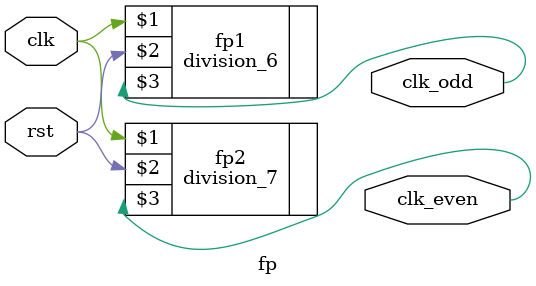
<source format=v>
module fp(clk,rst,clk_even,clk_odd);
    input clk;
    input rst;
    output clk_odd;
    output clk_even;
    division_6 fp1(clk,rst,clk_odd);
    division_7 fp2(clk,rst,clk_even);
endmodule

</source>
